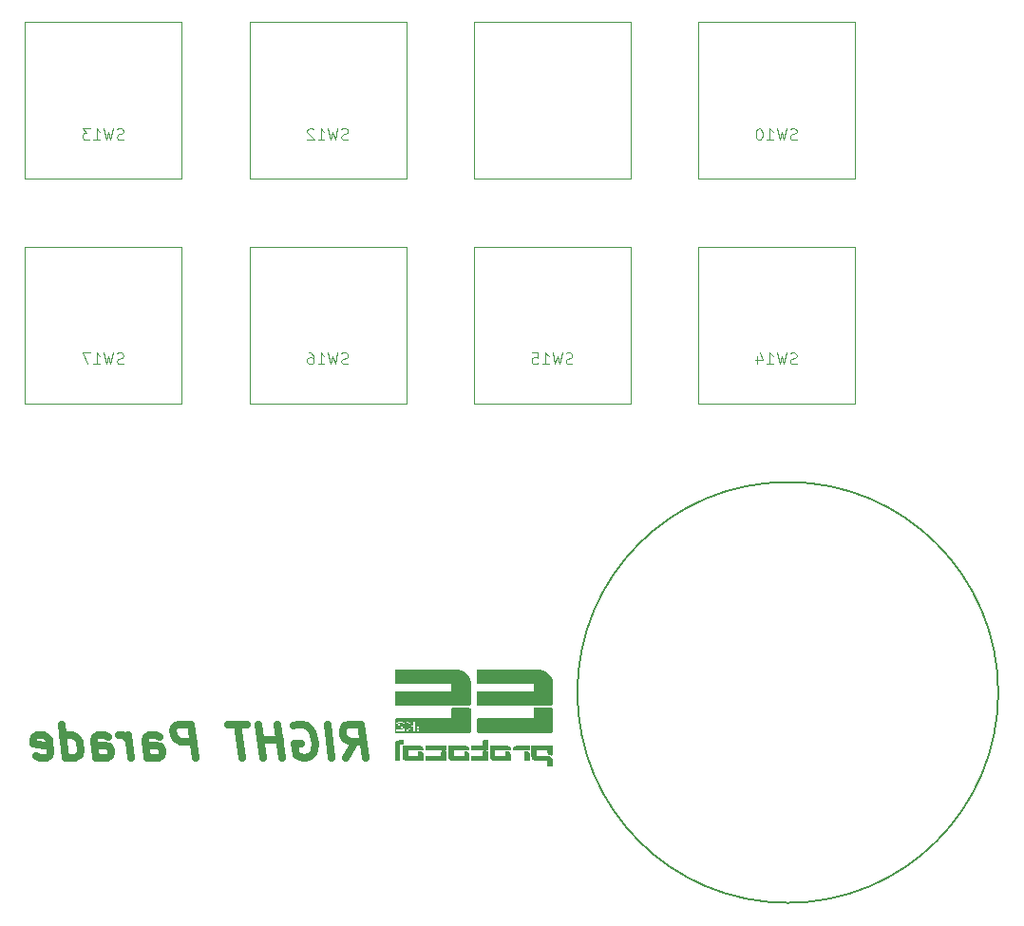
<source format=gbr>
%TF.GenerationSoftware,KiCad,Pcbnew,9.0.7*%
%TF.CreationDate,2026-02-09T02:17:26+09:00*%
%TF.ProjectId,LEFT_Parade,4c454654-5f50-4617-9261-64652e6b6963,rev?*%
%TF.SameCoordinates,Original*%
%TF.FileFunction,Legend,Bot*%
%TF.FilePolarity,Positive*%
%FSLAX46Y46*%
G04 Gerber Fmt 4.6, Leading zero omitted, Abs format (unit mm)*
G04 Created by KiCad (PCBNEW 9.0.7) date 2026-02-09 02:17:26*
%MOMM*%
%LPD*%
G01*
G04 APERTURE LIST*
%ADD10C,0.200000*%
%ADD11C,0.700000*%
%ADD12C,0.100000*%
%ADD13C,0.120000*%
%ADD14C,0.000000*%
G04 APERTURE END LIST*
D10*
X132756665Y-96256665D02*
G75*
G02*
X95243335Y-96256665I-18756665J0D01*
G01*
X95243335Y-96256665D02*
G75*
G02*
X132756665Y-96256665I18756665J0D01*
G01*
D11*
X74628759Y-102096457D02*
X75450188Y-100667885D01*
X76343045Y-102096457D02*
X75968045Y-99096457D01*
X75968045Y-99096457D02*
X74825188Y-99096457D01*
X74825188Y-99096457D02*
X74557331Y-99239314D01*
X74557331Y-99239314D02*
X74432331Y-99382171D01*
X74432331Y-99382171D02*
X74325188Y-99667885D01*
X74325188Y-99667885D02*
X74378759Y-100096457D01*
X74378759Y-100096457D02*
X74557331Y-100382171D01*
X74557331Y-100382171D02*
X74718045Y-100525028D01*
X74718045Y-100525028D02*
X75021616Y-100667885D01*
X75021616Y-100667885D02*
X76164474Y-100667885D01*
X73343045Y-102096457D02*
X72968045Y-99096457D01*
X69985903Y-99239314D02*
X70253760Y-99096457D01*
X70253760Y-99096457D02*
X70682331Y-99096457D01*
X70682331Y-99096457D02*
X71128760Y-99239314D01*
X71128760Y-99239314D02*
X71450188Y-99525028D01*
X71450188Y-99525028D02*
X71628760Y-99810742D01*
X71628760Y-99810742D02*
X71843045Y-100382171D01*
X71843045Y-100382171D02*
X71896617Y-100810742D01*
X71896617Y-100810742D02*
X71825188Y-101382171D01*
X71825188Y-101382171D02*
X71718045Y-101667885D01*
X71718045Y-101667885D02*
X71468045Y-101953600D01*
X71468045Y-101953600D02*
X71057331Y-102096457D01*
X71057331Y-102096457D02*
X70771617Y-102096457D01*
X70771617Y-102096457D02*
X70325188Y-101953600D01*
X70325188Y-101953600D02*
X70164474Y-101810742D01*
X70164474Y-101810742D02*
X70039474Y-100810742D01*
X70039474Y-100810742D02*
X70610903Y-100810742D01*
X68914474Y-102096457D02*
X68539474Y-99096457D01*
X68718045Y-100525028D02*
X67003760Y-100525028D01*
X67200188Y-102096457D02*
X66825188Y-99096457D01*
X65825188Y-99096457D02*
X64110903Y-99096457D01*
X65343046Y-102096457D02*
X64968046Y-99096457D01*
X61200189Y-102096457D02*
X60825189Y-99096457D01*
X60825189Y-99096457D02*
X59682332Y-99096457D01*
X59682332Y-99096457D02*
X59414475Y-99239314D01*
X59414475Y-99239314D02*
X59289475Y-99382171D01*
X59289475Y-99382171D02*
X59182332Y-99667885D01*
X59182332Y-99667885D02*
X59235903Y-100096457D01*
X59235903Y-100096457D02*
X59414475Y-100382171D01*
X59414475Y-100382171D02*
X59575189Y-100525028D01*
X59575189Y-100525028D02*
X59878760Y-100667885D01*
X59878760Y-100667885D02*
X61021618Y-100667885D01*
X56914475Y-102096457D02*
X56718046Y-100525028D01*
X56718046Y-100525028D02*
X56825189Y-100239314D01*
X56825189Y-100239314D02*
X57093046Y-100096457D01*
X57093046Y-100096457D02*
X57664475Y-100096457D01*
X57664475Y-100096457D02*
X57968046Y-100239314D01*
X56896618Y-101953600D02*
X57200189Y-102096457D01*
X57200189Y-102096457D02*
X57914475Y-102096457D01*
X57914475Y-102096457D02*
X58182332Y-101953600D01*
X58182332Y-101953600D02*
X58289475Y-101667885D01*
X58289475Y-101667885D02*
X58253760Y-101382171D01*
X58253760Y-101382171D02*
X58075189Y-101096457D01*
X58075189Y-101096457D02*
X57771618Y-100953600D01*
X57771618Y-100953600D02*
X57057332Y-100953600D01*
X57057332Y-100953600D02*
X56753760Y-100810742D01*
X55485903Y-102096457D02*
X55235903Y-100096457D01*
X55307332Y-100667885D02*
X55128760Y-100382171D01*
X55128760Y-100382171D02*
X54968046Y-100239314D01*
X54968046Y-100239314D02*
X54664474Y-100096457D01*
X54664474Y-100096457D02*
X54378760Y-100096457D01*
X52343046Y-102096457D02*
X52146617Y-100525028D01*
X52146617Y-100525028D02*
X52253760Y-100239314D01*
X52253760Y-100239314D02*
X52521617Y-100096457D01*
X52521617Y-100096457D02*
X53093046Y-100096457D01*
X53093046Y-100096457D02*
X53396617Y-100239314D01*
X52325189Y-101953600D02*
X52628760Y-102096457D01*
X52628760Y-102096457D02*
X53343046Y-102096457D01*
X53343046Y-102096457D02*
X53610903Y-101953600D01*
X53610903Y-101953600D02*
X53718046Y-101667885D01*
X53718046Y-101667885D02*
X53682331Y-101382171D01*
X53682331Y-101382171D02*
X53503760Y-101096457D01*
X53503760Y-101096457D02*
X53200189Y-100953600D01*
X53200189Y-100953600D02*
X52485903Y-100953600D01*
X52485903Y-100953600D02*
X52182331Y-100810742D01*
X49628760Y-102096457D02*
X49253760Y-99096457D01*
X49610903Y-101953600D02*
X49914474Y-102096457D01*
X49914474Y-102096457D02*
X50485903Y-102096457D01*
X50485903Y-102096457D02*
X50753760Y-101953600D01*
X50753760Y-101953600D02*
X50878760Y-101810742D01*
X50878760Y-101810742D02*
X50985903Y-101525028D01*
X50985903Y-101525028D02*
X50878760Y-100667885D01*
X50878760Y-100667885D02*
X50700188Y-100382171D01*
X50700188Y-100382171D02*
X50539474Y-100239314D01*
X50539474Y-100239314D02*
X50235903Y-100096457D01*
X50235903Y-100096457D02*
X49664474Y-100096457D01*
X49664474Y-100096457D02*
X49396617Y-100239314D01*
X47039474Y-101953600D02*
X47343045Y-102096457D01*
X47343045Y-102096457D02*
X47914474Y-102096457D01*
X47914474Y-102096457D02*
X48182331Y-101953600D01*
X48182331Y-101953600D02*
X48289474Y-101667885D01*
X48289474Y-101667885D02*
X48146617Y-100525028D01*
X48146617Y-100525028D02*
X47968045Y-100239314D01*
X47968045Y-100239314D02*
X47664474Y-100096457D01*
X47664474Y-100096457D02*
X47093045Y-100096457D01*
X47093045Y-100096457D02*
X46825188Y-100239314D01*
X46825188Y-100239314D02*
X46718045Y-100525028D01*
X46718045Y-100525028D02*
X46753759Y-100810742D01*
X46753759Y-100810742D02*
X48218045Y-101096457D01*
D12*
X114784523Y-46934800D02*
X114641666Y-46982419D01*
X114641666Y-46982419D02*
X114403571Y-46982419D01*
X114403571Y-46982419D02*
X114308333Y-46934800D01*
X114308333Y-46934800D02*
X114260714Y-46887180D01*
X114260714Y-46887180D02*
X114213095Y-46791942D01*
X114213095Y-46791942D02*
X114213095Y-46696704D01*
X114213095Y-46696704D02*
X114260714Y-46601466D01*
X114260714Y-46601466D02*
X114308333Y-46553847D01*
X114308333Y-46553847D02*
X114403571Y-46506228D01*
X114403571Y-46506228D02*
X114594047Y-46458609D01*
X114594047Y-46458609D02*
X114689285Y-46410990D01*
X114689285Y-46410990D02*
X114736904Y-46363371D01*
X114736904Y-46363371D02*
X114784523Y-46268133D01*
X114784523Y-46268133D02*
X114784523Y-46172895D01*
X114784523Y-46172895D02*
X114736904Y-46077657D01*
X114736904Y-46077657D02*
X114689285Y-46030038D01*
X114689285Y-46030038D02*
X114594047Y-45982419D01*
X114594047Y-45982419D02*
X114355952Y-45982419D01*
X114355952Y-45982419D02*
X114213095Y-46030038D01*
X113879761Y-45982419D02*
X113641666Y-46982419D01*
X113641666Y-46982419D02*
X113451190Y-46268133D01*
X113451190Y-46268133D02*
X113260714Y-46982419D01*
X113260714Y-46982419D02*
X113022619Y-45982419D01*
X112117857Y-46982419D02*
X112689285Y-46982419D01*
X112403571Y-46982419D02*
X112403571Y-45982419D01*
X112403571Y-45982419D02*
X112498809Y-46125276D01*
X112498809Y-46125276D02*
X112594047Y-46220514D01*
X112594047Y-46220514D02*
X112689285Y-46268133D01*
X111498809Y-45982419D02*
X111403571Y-45982419D01*
X111403571Y-45982419D02*
X111308333Y-46030038D01*
X111308333Y-46030038D02*
X111260714Y-46077657D01*
X111260714Y-46077657D02*
X111213095Y-46172895D01*
X111213095Y-46172895D02*
X111165476Y-46363371D01*
X111165476Y-46363371D02*
X111165476Y-46601466D01*
X111165476Y-46601466D02*
X111213095Y-46791942D01*
X111213095Y-46791942D02*
X111260714Y-46887180D01*
X111260714Y-46887180D02*
X111308333Y-46934800D01*
X111308333Y-46934800D02*
X111403571Y-46982419D01*
X111403571Y-46982419D02*
X111498809Y-46982419D01*
X111498809Y-46982419D02*
X111594047Y-46934800D01*
X111594047Y-46934800D02*
X111641666Y-46887180D01*
X111641666Y-46887180D02*
X111689285Y-46791942D01*
X111689285Y-46791942D02*
X111736904Y-46601466D01*
X111736904Y-46601466D02*
X111736904Y-46363371D01*
X111736904Y-46363371D02*
X111689285Y-46172895D01*
X111689285Y-46172895D02*
X111641666Y-46077657D01*
X111641666Y-46077657D02*
X111594047Y-46030038D01*
X111594047Y-46030038D02*
X111498809Y-45982419D01*
X54784523Y-66934800D02*
X54641666Y-66982419D01*
X54641666Y-66982419D02*
X54403571Y-66982419D01*
X54403571Y-66982419D02*
X54308333Y-66934800D01*
X54308333Y-66934800D02*
X54260714Y-66887180D01*
X54260714Y-66887180D02*
X54213095Y-66791942D01*
X54213095Y-66791942D02*
X54213095Y-66696704D01*
X54213095Y-66696704D02*
X54260714Y-66601466D01*
X54260714Y-66601466D02*
X54308333Y-66553847D01*
X54308333Y-66553847D02*
X54403571Y-66506228D01*
X54403571Y-66506228D02*
X54594047Y-66458609D01*
X54594047Y-66458609D02*
X54689285Y-66410990D01*
X54689285Y-66410990D02*
X54736904Y-66363371D01*
X54736904Y-66363371D02*
X54784523Y-66268133D01*
X54784523Y-66268133D02*
X54784523Y-66172895D01*
X54784523Y-66172895D02*
X54736904Y-66077657D01*
X54736904Y-66077657D02*
X54689285Y-66030038D01*
X54689285Y-66030038D02*
X54594047Y-65982419D01*
X54594047Y-65982419D02*
X54355952Y-65982419D01*
X54355952Y-65982419D02*
X54213095Y-66030038D01*
X53879761Y-65982419D02*
X53641666Y-66982419D01*
X53641666Y-66982419D02*
X53451190Y-66268133D01*
X53451190Y-66268133D02*
X53260714Y-66982419D01*
X53260714Y-66982419D02*
X53022619Y-65982419D01*
X52117857Y-66982419D02*
X52689285Y-66982419D01*
X52403571Y-66982419D02*
X52403571Y-65982419D01*
X52403571Y-65982419D02*
X52498809Y-66125276D01*
X52498809Y-66125276D02*
X52594047Y-66220514D01*
X52594047Y-66220514D02*
X52689285Y-66268133D01*
X51784523Y-65982419D02*
X51117857Y-65982419D01*
X51117857Y-65982419D02*
X51546428Y-66982419D01*
X114784523Y-66934800D02*
X114641666Y-66982419D01*
X114641666Y-66982419D02*
X114403571Y-66982419D01*
X114403571Y-66982419D02*
X114308333Y-66934800D01*
X114308333Y-66934800D02*
X114260714Y-66887180D01*
X114260714Y-66887180D02*
X114213095Y-66791942D01*
X114213095Y-66791942D02*
X114213095Y-66696704D01*
X114213095Y-66696704D02*
X114260714Y-66601466D01*
X114260714Y-66601466D02*
X114308333Y-66553847D01*
X114308333Y-66553847D02*
X114403571Y-66506228D01*
X114403571Y-66506228D02*
X114594047Y-66458609D01*
X114594047Y-66458609D02*
X114689285Y-66410990D01*
X114689285Y-66410990D02*
X114736904Y-66363371D01*
X114736904Y-66363371D02*
X114784523Y-66268133D01*
X114784523Y-66268133D02*
X114784523Y-66172895D01*
X114784523Y-66172895D02*
X114736904Y-66077657D01*
X114736904Y-66077657D02*
X114689285Y-66030038D01*
X114689285Y-66030038D02*
X114594047Y-65982419D01*
X114594047Y-65982419D02*
X114355952Y-65982419D01*
X114355952Y-65982419D02*
X114213095Y-66030038D01*
X113879761Y-65982419D02*
X113641666Y-66982419D01*
X113641666Y-66982419D02*
X113451190Y-66268133D01*
X113451190Y-66268133D02*
X113260714Y-66982419D01*
X113260714Y-66982419D02*
X113022619Y-65982419D01*
X112117857Y-66982419D02*
X112689285Y-66982419D01*
X112403571Y-66982419D02*
X112403571Y-65982419D01*
X112403571Y-65982419D02*
X112498809Y-66125276D01*
X112498809Y-66125276D02*
X112594047Y-66220514D01*
X112594047Y-66220514D02*
X112689285Y-66268133D01*
X111260714Y-66315752D02*
X111260714Y-66982419D01*
X111498809Y-65934800D02*
X111736904Y-66649085D01*
X111736904Y-66649085D02*
X111117857Y-66649085D01*
X74784523Y-46934800D02*
X74641666Y-46982419D01*
X74641666Y-46982419D02*
X74403571Y-46982419D01*
X74403571Y-46982419D02*
X74308333Y-46934800D01*
X74308333Y-46934800D02*
X74260714Y-46887180D01*
X74260714Y-46887180D02*
X74213095Y-46791942D01*
X74213095Y-46791942D02*
X74213095Y-46696704D01*
X74213095Y-46696704D02*
X74260714Y-46601466D01*
X74260714Y-46601466D02*
X74308333Y-46553847D01*
X74308333Y-46553847D02*
X74403571Y-46506228D01*
X74403571Y-46506228D02*
X74594047Y-46458609D01*
X74594047Y-46458609D02*
X74689285Y-46410990D01*
X74689285Y-46410990D02*
X74736904Y-46363371D01*
X74736904Y-46363371D02*
X74784523Y-46268133D01*
X74784523Y-46268133D02*
X74784523Y-46172895D01*
X74784523Y-46172895D02*
X74736904Y-46077657D01*
X74736904Y-46077657D02*
X74689285Y-46030038D01*
X74689285Y-46030038D02*
X74594047Y-45982419D01*
X74594047Y-45982419D02*
X74355952Y-45982419D01*
X74355952Y-45982419D02*
X74213095Y-46030038D01*
X73879761Y-45982419D02*
X73641666Y-46982419D01*
X73641666Y-46982419D02*
X73451190Y-46268133D01*
X73451190Y-46268133D02*
X73260714Y-46982419D01*
X73260714Y-46982419D02*
X73022619Y-45982419D01*
X72117857Y-46982419D02*
X72689285Y-46982419D01*
X72403571Y-46982419D02*
X72403571Y-45982419D01*
X72403571Y-45982419D02*
X72498809Y-46125276D01*
X72498809Y-46125276D02*
X72594047Y-46220514D01*
X72594047Y-46220514D02*
X72689285Y-46268133D01*
X71736904Y-46077657D02*
X71689285Y-46030038D01*
X71689285Y-46030038D02*
X71594047Y-45982419D01*
X71594047Y-45982419D02*
X71355952Y-45982419D01*
X71355952Y-45982419D02*
X71260714Y-46030038D01*
X71260714Y-46030038D02*
X71213095Y-46077657D01*
X71213095Y-46077657D02*
X71165476Y-46172895D01*
X71165476Y-46172895D02*
X71165476Y-46268133D01*
X71165476Y-46268133D02*
X71213095Y-46410990D01*
X71213095Y-46410990D02*
X71784523Y-46982419D01*
X71784523Y-46982419D02*
X71165476Y-46982419D01*
X94784523Y-66934800D02*
X94641666Y-66982419D01*
X94641666Y-66982419D02*
X94403571Y-66982419D01*
X94403571Y-66982419D02*
X94308333Y-66934800D01*
X94308333Y-66934800D02*
X94260714Y-66887180D01*
X94260714Y-66887180D02*
X94213095Y-66791942D01*
X94213095Y-66791942D02*
X94213095Y-66696704D01*
X94213095Y-66696704D02*
X94260714Y-66601466D01*
X94260714Y-66601466D02*
X94308333Y-66553847D01*
X94308333Y-66553847D02*
X94403571Y-66506228D01*
X94403571Y-66506228D02*
X94594047Y-66458609D01*
X94594047Y-66458609D02*
X94689285Y-66410990D01*
X94689285Y-66410990D02*
X94736904Y-66363371D01*
X94736904Y-66363371D02*
X94784523Y-66268133D01*
X94784523Y-66268133D02*
X94784523Y-66172895D01*
X94784523Y-66172895D02*
X94736904Y-66077657D01*
X94736904Y-66077657D02*
X94689285Y-66030038D01*
X94689285Y-66030038D02*
X94594047Y-65982419D01*
X94594047Y-65982419D02*
X94355952Y-65982419D01*
X94355952Y-65982419D02*
X94213095Y-66030038D01*
X93879761Y-65982419D02*
X93641666Y-66982419D01*
X93641666Y-66982419D02*
X93451190Y-66268133D01*
X93451190Y-66268133D02*
X93260714Y-66982419D01*
X93260714Y-66982419D02*
X93022619Y-65982419D01*
X92117857Y-66982419D02*
X92689285Y-66982419D01*
X92403571Y-66982419D02*
X92403571Y-65982419D01*
X92403571Y-65982419D02*
X92498809Y-66125276D01*
X92498809Y-66125276D02*
X92594047Y-66220514D01*
X92594047Y-66220514D02*
X92689285Y-66268133D01*
X91213095Y-65982419D02*
X91689285Y-65982419D01*
X91689285Y-65982419D02*
X91736904Y-66458609D01*
X91736904Y-66458609D02*
X91689285Y-66410990D01*
X91689285Y-66410990D02*
X91594047Y-66363371D01*
X91594047Y-66363371D02*
X91355952Y-66363371D01*
X91355952Y-66363371D02*
X91260714Y-66410990D01*
X91260714Y-66410990D02*
X91213095Y-66458609D01*
X91213095Y-66458609D02*
X91165476Y-66553847D01*
X91165476Y-66553847D02*
X91165476Y-66791942D01*
X91165476Y-66791942D02*
X91213095Y-66887180D01*
X91213095Y-66887180D02*
X91260714Y-66934800D01*
X91260714Y-66934800D02*
X91355952Y-66982419D01*
X91355952Y-66982419D02*
X91594047Y-66982419D01*
X91594047Y-66982419D02*
X91689285Y-66934800D01*
X91689285Y-66934800D02*
X91736904Y-66887180D01*
X74784523Y-66934800D02*
X74641666Y-66982419D01*
X74641666Y-66982419D02*
X74403571Y-66982419D01*
X74403571Y-66982419D02*
X74308333Y-66934800D01*
X74308333Y-66934800D02*
X74260714Y-66887180D01*
X74260714Y-66887180D02*
X74213095Y-66791942D01*
X74213095Y-66791942D02*
X74213095Y-66696704D01*
X74213095Y-66696704D02*
X74260714Y-66601466D01*
X74260714Y-66601466D02*
X74308333Y-66553847D01*
X74308333Y-66553847D02*
X74403571Y-66506228D01*
X74403571Y-66506228D02*
X74594047Y-66458609D01*
X74594047Y-66458609D02*
X74689285Y-66410990D01*
X74689285Y-66410990D02*
X74736904Y-66363371D01*
X74736904Y-66363371D02*
X74784523Y-66268133D01*
X74784523Y-66268133D02*
X74784523Y-66172895D01*
X74784523Y-66172895D02*
X74736904Y-66077657D01*
X74736904Y-66077657D02*
X74689285Y-66030038D01*
X74689285Y-66030038D02*
X74594047Y-65982419D01*
X74594047Y-65982419D02*
X74355952Y-65982419D01*
X74355952Y-65982419D02*
X74213095Y-66030038D01*
X73879761Y-65982419D02*
X73641666Y-66982419D01*
X73641666Y-66982419D02*
X73451190Y-66268133D01*
X73451190Y-66268133D02*
X73260714Y-66982419D01*
X73260714Y-66982419D02*
X73022619Y-65982419D01*
X72117857Y-66982419D02*
X72689285Y-66982419D01*
X72403571Y-66982419D02*
X72403571Y-65982419D01*
X72403571Y-65982419D02*
X72498809Y-66125276D01*
X72498809Y-66125276D02*
X72594047Y-66220514D01*
X72594047Y-66220514D02*
X72689285Y-66268133D01*
X71260714Y-65982419D02*
X71451190Y-65982419D01*
X71451190Y-65982419D02*
X71546428Y-66030038D01*
X71546428Y-66030038D02*
X71594047Y-66077657D01*
X71594047Y-66077657D02*
X71689285Y-66220514D01*
X71689285Y-66220514D02*
X71736904Y-66410990D01*
X71736904Y-66410990D02*
X71736904Y-66791942D01*
X71736904Y-66791942D02*
X71689285Y-66887180D01*
X71689285Y-66887180D02*
X71641666Y-66934800D01*
X71641666Y-66934800D02*
X71546428Y-66982419D01*
X71546428Y-66982419D02*
X71355952Y-66982419D01*
X71355952Y-66982419D02*
X71260714Y-66934800D01*
X71260714Y-66934800D02*
X71213095Y-66887180D01*
X71213095Y-66887180D02*
X71165476Y-66791942D01*
X71165476Y-66791942D02*
X71165476Y-66553847D01*
X71165476Y-66553847D02*
X71213095Y-66458609D01*
X71213095Y-66458609D02*
X71260714Y-66410990D01*
X71260714Y-66410990D02*
X71355952Y-66363371D01*
X71355952Y-66363371D02*
X71546428Y-66363371D01*
X71546428Y-66363371D02*
X71641666Y-66410990D01*
X71641666Y-66410990D02*
X71689285Y-66458609D01*
X71689285Y-66458609D02*
X71736904Y-66553847D01*
X54784523Y-46934800D02*
X54641666Y-46982419D01*
X54641666Y-46982419D02*
X54403571Y-46982419D01*
X54403571Y-46982419D02*
X54308333Y-46934800D01*
X54308333Y-46934800D02*
X54260714Y-46887180D01*
X54260714Y-46887180D02*
X54213095Y-46791942D01*
X54213095Y-46791942D02*
X54213095Y-46696704D01*
X54213095Y-46696704D02*
X54260714Y-46601466D01*
X54260714Y-46601466D02*
X54308333Y-46553847D01*
X54308333Y-46553847D02*
X54403571Y-46506228D01*
X54403571Y-46506228D02*
X54594047Y-46458609D01*
X54594047Y-46458609D02*
X54689285Y-46410990D01*
X54689285Y-46410990D02*
X54736904Y-46363371D01*
X54736904Y-46363371D02*
X54784523Y-46268133D01*
X54784523Y-46268133D02*
X54784523Y-46172895D01*
X54784523Y-46172895D02*
X54736904Y-46077657D01*
X54736904Y-46077657D02*
X54689285Y-46030038D01*
X54689285Y-46030038D02*
X54594047Y-45982419D01*
X54594047Y-45982419D02*
X54355952Y-45982419D01*
X54355952Y-45982419D02*
X54213095Y-46030038D01*
X53879761Y-45982419D02*
X53641666Y-46982419D01*
X53641666Y-46982419D02*
X53451190Y-46268133D01*
X53451190Y-46268133D02*
X53260714Y-46982419D01*
X53260714Y-46982419D02*
X53022619Y-45982419D01*
X52117857Y-46982419D02*
X52689285Y-46982419D01*
X52403571Y-46982419D02*
X52403571Y-45982419D01*
X52403571Y-45982419D02*
X52498809Y-46125276D01*
X52498809Y-46125276D02*
X52594047Y-46220514D01*
X52594047Y-46220514D02*
X52689285Y-46268133D01*
X51784523Y-45982419D02*
X51165476Y-45982419D01*
X51165476Y-45982419D02*
X51498809Y-46363371D01*
X51498809Y-46363371D02*
X51355952Y-46363371D01*
X51355952Y-46363371D02*
X51260714Y-46410990D01*
X51260714Y-46410990D02*
X51213095Y-46458609D01*
X51213095Y-46458609D02*
X51165476Y-46553847D01*
X51165476Y-46553847D02*
X51165476Y-46791942D01*
X51165476Y-46791942D02*
X51213095Y-46887180D01*
X51213095Y-46887180D02*
X51260714Y-46934800D01*
X51260714Y-46934800D02*
X51355952Y-46982419D01*
X51355952Y-46982419D02*
X51641666Y-46982419D01*
X51641666Y-46982419D02*
X51736904Y-46934800D01*
X51736904Y-46934800D02*
X51784523Y-46887180D01*
D13*
%TO.C,SW10*%
X106015000Y-36515000D02*
X106015000Y-50485000D01*
X106015000Y-50485000D02*
X119985000Y-50485000D01*
X119985000Y-36515000D02*
X106015000Y-36515000D01*
X119985000Y-50485000D02*
X119985000Y-36515000D01*
%TO.C,SW11*%
X86015000Y-36515000D02*
X86015000Y-50485000D01*
X86015000Y-50485000D02*
X99985000Y-50485000D01*
X99985000Y-36515000D02*
X86015000Y-36515000D01*
X99985000Y-50485000D02*
X99985000Y-36515000D01*
%TO.C,SW17*%
X46015000Y-56515000D02*
X46015000Y-70485000D01*
X46015000Y-70485000D02*
X59985000Y-70485000D01*
X59985000Y-56515000D02*
X46015000Y-56515000D01*
X59985000Y-70485000D02*
X59985000Y-56515000D01*
%TO.C,SW14*%
X106015000Y-56515000D02*
X106015000Y-70485000D01*
X106015000Y-70485000D02*
X119985000Y-70485000D01*
X119985000Y-56515000D02*
X106015000Y-56515000D01*
X119985000Y-70485000D02*
X119985000Y-56515000D01*
%TO.C,SW12*%
X66015000Y-36515000D02*
X66015000Y-50485000D01*
X66015000Y-50485000D02*
X79985000Y-50485000D01*
X79985000Y-36515000D02*
X66015000Y-36515000D01*
X79985000Y-50485000D02*
X79985000Y-36515000D01*
%TO.C,SW15*%
X86015000Y-56515000D02*
X86015000Y-70485000D01*
X86015000Y-70485000D02*
X99985000Y-70485000D01*
X99985000Y-56515000D02*
X86015000Y-56515000D01*
X99985000Y-70485000D02*
X99985000Y-56515000D01*
D14*
%TO.C,G\u002A\u002A\u002A*%
G36*
X87283069Y-100537517D02*
G01*
X87302564Y-100557019D01*
X87302564Y-100966906D01*
X87302564Y-101376793D01*
X87283069Y-101396294D01*
X87263574Y-101415795D01*
X86533578Y-101415795D01*
X86466608Y-101415795D01*
X86350422Y-101415781D01*
X86248621Y-101415732D01*
X86160221Y-101415627D01*
X86084237Y-101415445D01*
X86019685Y-101415163D01*
X85965581Y-101414760D01*
X85920941Y-101414214D01*
X85884780Y-101413504D01*
X85856115Y-101412609D01*
X85833961Y-101411506D01*
X85817334Y-101410175D01*
X85805249Y-101408593D01*
X85796723Y-101406739D01*
X85790771Y-101404591D01*
X85786410Y-101402128D01*
X85782654Y-101399329D01*
X85761726Y-101382862D01*
X85761726Y-101201282D01*
X85761726Y-101019701D01*
X85782654Y-101003235D01*
X85785654Y-101000954D01*
X85790522Y-100997961D01*
X85796928Y-100995422D01*
X85806067Y-100993299D01*
X85819135Y-100991555D01*
X85837328Y-100990153D01*
X85861841Y-100989055D01*
X85893870Y-100988225D01*
X85934610Y-100987624D01*
X85985257Y-100987217D01*
X86047007Y-100986965D01*
X86121055Y-100986831D01*
X86208597Y-100986778D01*
X86310828Y-100986768D01*
X86818074Y-100986768D01*
X86818074Y-100771893D01*
X86818074Y-100557019D01*
X86837569Y-100537517D01*
X86857064Y-100518016D01*
X87060319Y-100518016D01*
X87263574Y-100518016D01*
X87283069Y-100537517D01*
G37*
G36*
X90619586Y-101461217D02*
G01*
X90643403Y-101462694D01*
X90716759Y-101476247D01*
X90785983Y-101502152D01*
X90849174Y-101538909D01*
X90904435Y-101585019D01*
X90949866Y-101638982D01*
X90983568Y-101699300D01*
X91003642Y-101764471D01*
X91004500Y-101770467D01*
X91006432Y-101794998D01*
X91008157Y-101832096D01*
X91009609Y-101879420D01*
X91010725Y-101934630D01*
X91011442Y-101995387D01*
X91011695Y-102059349D01*
X91011691Y-102087948D01*
X91011609Y-102152375D01*
X91011340Y-102203358D01*
X91010776Y-102242666D01*
X91009810Y-102272067D01*
X91008337Y-102293329D01*
X91006250Y-102308221D01*
X91003441Y-102318513D01*
X90999805Y-102325971D01*
X90995234Y-102332366D01*
X90978772Y-102353299D01*
X90769450Y-102353299D01*
X90560128Y-102353299D01*
X90543666Y-102332366D01*
X90543213Y-102331786D01*
X90539596Y-102326707D01*
X90536570Y-102320643D01*
X90534082Y-102312240D01*
X90532078Y-102300142D01*
X90530507Y-102282995D01*
X90529316Y-102259443D01*
X90528452Y-102228132D01*
X90527863Y-102187706D01*
X90527496Y-102136810D01*
X90527299Y-102074089D01*
X90527220Y-101998189D01*
X90527205Y-101907754D01*
X90527205Y-101504076D01*
X90546418Y-101481784D01*
X90548185Y-101479752D01*
X90559481Y-101468695D01*
X90571866Y-101462842D01*
X90590261Y-101460811D01*
X90619586Y-101461217D01*
G37*
G36*
X83124577Y-100988272D02*
G01*
X83225163Y-100988541D01*
X83311618Y-100988973D01*
X83384319Y-100989570D01*
X83443642Y-100990335D01*
X83489963Y-100991271D01*
X83523659Y-100992381D01*
X83545104Y-100993667D01*
X83554677Y-100995131D01*
X83570290Y-101005408D01*
X83584461Y-101023431D01*
X83585593Y-101027263D01*
X83588067Y-101046611D01*
X83590058Y-101077576D01*
X83591549Y-101117120D01*
X83592522Y-101162204D01*
X83592960Y-101209791D01*
X83592846Y-101256842D01*
X83592162Y-101300318D01*
X83590890Y-101337182D01*
X83589013Y-101364395D01*
X83586513Y-101378918D01*
X83577972Y-101391192D01*
X83561258Y-101404457D01*
X83556986Y-101405917D01*
X83547628Y-101407466D01*
X83532823Y-101408844D01*
X83511767Y-101410060D01*
X83483657Y-101411125D01*
X83447691Y-101412046D01*
X83403066Y-101412835D01*
X83348979Y-101413500D01*
X83284627Y-101414052D01*
X83209207Y-101414500D01*
X83121916Y-101414853D01*
X83021952Y-101415121D01*
X82908512Y-101415315D01*
X82780793Y-101415442D01*
X82637991Y-101415514D01*
X81734175Y-101415795D01*
X81714680Y-101396294D01*
X81695185Y-101376793D01*
X81695185Y-101202523D01*
X81695196Y-101179807D01*
X81695388Y-101127582D01*
X81695953Y-101088278D01*
X81697063Y-101059722D01*
X81698889Y-101039740D01*
X81701601Y-101026158D01*
X81705370Y-101016801D01*
X81710367Y-101009497D01*
X81725549Y-100990741D01*
X82629707Y-100988635D01*
X82734273Y-100988417D01*
X82879508Y-100988213D01*
X83009484Y-100988164D01*
X83124577Y-100988272D01*
G37*
G36*
X83311845Y-101456590D02*
G01*
X83366018Y-101457086D01*
X83555123Y-101459493D01*
X83574279Y-101481784D01*
X83593434Y-101504076D01*
X83593434Y-101907754D01*
X83593434Y-101918878D01*
X83593414Y-102007582D01*
X83593324Y-102081906D01*
X83593110Y-102143205D01*
X83592721Y-102192835D01*
X83592103Y-102232150D01*
X83591204Y-102262505D01*
X83589972Y-102285256D01*
X83588354Y-102301757D01*
X83586298Y-102313363D01*
X83583750Y-102321430D01*
X83580659Y-102327312D01*
X83576972Y-102332366D01*
X83560511Y-102353299D01*
X82644309Y-102353299D01*
X81728108Y-102353299D01*
X81711646Y-102332366D01*
X81708955Y-102328797D01*
X81704129Y-102320617D01*
X81700581Y-102310058D01*
X81698117Y-102294867D01*
X81696541Y-102272793D01*
X81695657Y-102241585D01*
X81695270Y-102198991D01*
X81695185Y-102142758D01*
X81695199Y-102115165D01*
X81695398Y-102065459D01*
X81695989Y-102028359D01*
X81697165Y-102001615D01*
X81699124Y-101982973D01*
X81702060Y-101970183D01*
X81706169Y-101960993D01*
X81711646Y-101953151D01*
X81728108Y-101932217D01*
X82418526Y-101932217D01*
X83108943Y-101932217D01*
X83108943Y-101715229D01*
X83108959Y-101674272D01*
X83109111Y-101618478D01*
X83109533Y-101575520D01*
X83110356Y-101543499D01*
X83111710Y-101520515D01*
X83113725Y-101504667D01*
X83116533Y-101494057D01*
X83120264Y-101486784D01*
X83125048Y-101480949D01*
X83140265Y-101468338D01*
X83159032Y-101459169D01*
X83165103Y-101458418D01*
X83186372Y-101457439D01*
X83219560Y-101456791D01*
X83262205Y-101456500D01*
X83311845Y-101456590D01*
G37*
G36*
X90597609Y-100986940D02*
G01*
X90681615Y-100987121D01*
X90752886Y-100987497D01*
X90812509Y-100988132D01*
X90861568Y-100989091D01*
X90901148Y-100990438D01*
X90932335Y-100992237D01*
X90956213Y-100994552D01*
X90973867Y-100997447D01*
X90986383Y-101000987D01*
X90994846Y-101005236D01*
X91000339Y-101010258D01*
X91003950Y-101016116D01*
X91006761Y-101022876D01*
X91007270Y-101025109D01*
X91008681Y-101041401D01*
X91009898Y-101070195D01*
X91010851Y-101108959D01*
X91011473Y-101155160D01*
X91011695Y-101206265D01*
X91011695Y-101207605D01*
X91011655Y-101263472D01*
X91011382Y-101305702D01*
X91010652Y-101336502D01*
X91009236Y-101358079D01*
X91006910Y-101372640D01*
X91003446Y-101382392D01*
X90998618Y-101389541D01*
X90992200Y-101396294D01*
X90972705Y-101415795D01*
X90242708Y-101415795D01*
X90175739Y-101415795D01*
X90059553Y-101415781D01*
X89957752Y-101415732D01*
X89869351Y-101415627D01*
X89793367Y-101415445D01*
X89728815Y-101415163D01*
X89674712Y-101414760D01*
X89630071Y-101414214D01*
X89593911Y-101413504D01*
X89565246Y-101412609D01*
X89543092Y-101411506D01*
X89526465Y-101410175D01*
X89514380Y-101408593D01*
X89505854Y-101406739D01*
X89499902Y-101404591D01*
X89495540Y-101402128D01*
X89491784Y-101399329D01*
X89479284Y-101387072D01*
X89472546Y-101370714D01*
X89470857Y-101345156D01*
X89472012Y-101321345D01*
X89485299Y-101259710D01*
X89512065Y-101200076D01*
X89550583Y-101144336D01*
X89599122Y-101094384D01*
X89655956Y-101052114D01*
X89719353Y-101019420D01*
X89787587Y-100998196D01*
X89789205Y-100997864D01*
X89803259Y-100995654D01*
X89822316Y-100993747D01*
X89847465Y-100992124D01*
X89879794Y-100990763D01*
X89920391Y-100989644D01*
X89970344Y-100988749D01*
X90030741Y-100988056D01*
X90102671Y-100987545D01*
X90187221Y-100987197D01*
X90285479Y-100986990D01*
X90398534Y-100986906D01*
X90499785Y-100986891D01*
X90597609Y-100986940D01*
G37*
G36*
X79635082Y-100518256D02*
G01*
X79678416Y-100518656D01*
X79710756Y-100519453D01*
X79733970Y-100520771D01*
X79749924Y-100522731D01*
X79760487Y-100525458D01*
X79767525Y-100529075D01*
X79772907Y-100533704D01*
X79779012Y-100540312D01*
X79785625Y-100550193D01*
X79790435Y-100563012D01*
X79793670Y-100580925D01*
X79795559Y-100606092D01*
X79796329Y-100640669D01*
X79796209Y-100686815D01*
X79795427Y-100746687D01*
X79795153Y-100767670D01*
X79794537Y-100823769D01*
X79792879Y-100866474D01*
X79788347Y-100897631D01*
X79779108Y-100919088D01*
X79763330Y-100932692D01*
X79739179Y-100940290D01*
X79704825Y-100943729D01*
X79658433Y-100944857D01*
X79598172Y-100945520D01*
X79439525Y-100947970D01*
X79439525Y-101632246D01*
X79439525Y-102316523D01*
X79422256Y-102334911D01*
X79417689Y-102339573D01*
X79411720Y-102344086D01*
X79403464Y-102347482D01*
X79390979Y-102349921D01*
X79372323Y-102351560D01*
X79345552Y-102352559D01*
X79308724Y-102353076D01*
X79259896Y-102353270D01*
X79197126Y-102353299D01*
X79187279Y-102353298D01*
X79126183Y-102353203D01*
X79078800Y-102352862D01*
X79043229Y-102352150D01*
X79017566Y-102350941D01*
X78999911Y-102349108D01*
X78988361Y-102346524D01*
X78981014Y-102343063D01*
X78975967Y-102338599D01*
X78974540Y-102336696D01*
X78972491Y-102332161D01*
X78970700Y-102324947D01*
X78969155Y-102314110D01*
X78967841Y-102298707D01*
X78966745Y-102277793D01*
X78965853Y-102250426D01*
X78965153Y-102215661D01*
X78964630Y-102172556D01*
X78964271Y-102120165D01*
X78964063Y-102057547D01*
X78963991Y-101983757D01*
X78964044Y-101897852D01*
X78964206Y-101798887D01*
X78964465Y-101685920D01*
X78964808Y-101558007D01*
X78966948Y-100792117D01*
X78990776Y-100744447D01*
X79004958Y-100719995D01*
X79038017Y-100676401D01*
X79078809Y-100633606D01*
X79122999Y-100595974D01*
X79166249Y-100567871D01*
X79187800Y-100556927D01*
X79213918Y-100545489D01*
X79240687Y-100536518D01*
X79270285Y-100529722D01*
X79304885Y-100524807D01*
X79346663Y-100521483D01*
X79397795Y-100519457D01*
X79460456Y-100518438D01*
X79536820Y-100518134D01*
X79578887Y-100518129D01*
X79635082Y-100518256D01*
G37*
G36*
X87016563Y-101456290D02*
G01*
X87082863Y-101457033D01*
X87264255Y-101459493D01*
X87283410Y-101481784D01*
X87302564Y-101504076D01*
X87302564Y-101907754D01*
X87302564Y-101918878D01*
X87302545Y-102007582D01*
X87302454Y-102081906D01*
X87302241Y-102143205D01*
X87301851Y-102192835D01*
X87301234Y-102232150D01*
X87300335Y-102262505D01*
X87299103Y-102285256D01*
X87297485Y-102301757D01*
X87295429Y-102313363D01*
X87292881Y-102321430D01*
X87289790Y-102327312D01*
X87286103Y-102332366D01*
X87269642Y-102353299D01*
X86531569Y-102353299D01*
X86473113Y-102353299D01*
X86355119Y-102353284D01*
X86251597Y-102353234D01*
X86161576Y-102353129D01*
X86084084Y-102352948D01*
X86018148Y-102352671D01*
X85962797Y-102352277D01*
X85917059Y-102351746D01*
X85879962Y-102351057D01*
X85850534Y-102350190D01*
X85827802Y-102349124D01*
X85810795Y-102347839D01*
X85798541Y-102346314D01*
X85790067Y-102344530D01*
X85784403Y-102342464D01*
X85780575Y-102340098D01*
X85777611Y-102337409D01*
X85773915Y-102333349D01*
X85769648Y-102326346D01*
X85766509Y-102316120D01*
X85764328Y-102300560D01*
X85762931Y-102277555D01*
X85762147Y-102244994D01*
X85761803Y-102200765D01*
X85761726Y-102142758D01*
X85761759Y-102101127D01*
X85762002Y-102052861D01*
X85762631Y-102016916D01*
X85763820Y-101991180D01*
X85765740Y-101973542D01*
X85768564Y-101961891D01*
X85772464Y-101954117D01*
X85777611Y-101948107D01*
X85779738Y-101946089D01*
X85783780Y-101943187D01*
X85789574Y-101940720D01*
X85798298Y-101938654D01*
X85811129Y-101936953D01*
X85829247Y-101935581D01*
X85853827Y-101934503D01*
X85886048Y-101933684D01*
X85927088Y-101933088D01*
X85978124Y-101932680D01*
X86040334Y-101932424D01*
X86114895Y-101932286D01*
X86202987Y-101932228D01*
X86305785Y-101932217D01*
X86818074Y-101932217D01*
X86818074Y-101715229D01*
X86818088Y-101677502D01*
X86818235Y-101620961D01*
X86818649Y-101577359D01*
X86819458Y-101544798D01*
X86820791Y-101521381D01*
X86822776Y-101505212D01*
X86825541Y-101494393D01*
X86829216Y-101487028D01*
X86833928Y-101481219D01*
X86835495Y-101479575D01*
X86844501Y-101471888D01*
X86855921Y-101465966D01*
X86871680Y-101461623D01*
X86893700Y-101458670D01*
X86923905Y-101456921D01*
X86964218Y-101456190D01*
X87016563Y-101456290D01*
G37*
G36*
X80527325Y-100986932D02*
G01*
X80646500Y-100987029D01*
X80751342Y-100987209D01*
X80842829Y-100987484D01*
X80921939Y-100987871D01*
X80989652Y-100988383D01*
X81046946Y-100989035D01*
X81094801Y-100989843D01*
X81134194Y-100990821D01*
X81166104Y-100991983D01*
X81191510Y-100993344D01*
X81211391Y-100994920D01*
X81226726Y-100996724D01*
X81238493Y-100998772D01*
X81256329Y-101002950D01*
X81327073Y-101028027D01*
X81391760Y-101064385D01*
X81448462Y-101110248D01*
X81495248Y-101163837D01*
X81530190Y-101223374D01*
X81551357Y-101287081D01*
X81552133Y-101290833D01*
X81558660Y-101330208D01*
X81559155Y-101358554D01*
X81553273Y-101379405D01*
X81540668Y-101396294D01*
X81521173Y-101415795D01*
X80833789Y-101415795D01*
X80146404Y-101415795D01*
X80146404Y-101674006D01*
X80146404Y-101932217D01*
X80611039Y-101932217D01*
X81075673Y-101932217D01*
X81075673Y-101718147D01*
X81075673Y-101504076D01*
X81094873Y-101481784D01*
X81103301Y-101472752D01*
X81116032Y-101464221D01*
X81133351Y-101460687D01*
X81160877Y-101460325D01*
X81238741Y-101468737D01*
X81315204Y-101492201D01*
X81385871Y-101530293D01*
X81449859Y-101582639D01*
X81471159Y-101604092D01*
X81493771Y-101629149D01*
X81512211Y-101653828D01*
X81526899Y-101679938D01*
X81538258Y-101709285D01*
X81546711Y-101743676D01*
X81552680Y-101784918D01*
X81556587Y-101834818D01*
X81558855Y-101895183D01*
X81559906Y-101967820D01*
X81560163Y-102054535D01*
X81560149Y-102112211D01*
X81560036Y-102172278D01*
X81559718Y-102219519D01*
X81559089Y-102255648D01*
X81558045Y-102282375D01*
X81556479Y-102301413D01*
X81554286Y-102314474D01*
X81551362Y-102323269D01*
X81547599Y-102329511D01*
X81542894Y-102334911D01*
X81525624Y-102353299D01*
X80766518Y-102353205D01*
X80634727Y-102353149D01*
X80517326Y-102353009D01*
X80414069Y-102352772D01*
X80324086Y-102352426D01*
X80246504Y-102351961D01*
X80180451Y-102351364D01*
X80125055Y-102350623D01*
X80079445Y-102349728D01*
X80042748Y-102348666D01*
X80014093Y-102347426D01*
X79992607Y-102345996D01*
X79977420Y-102344365D01*
X79967658Y-102342520D01*
X79895357Y-102316400D01*
X79827015Y-102277081D01*
X79767825Y-102227018D01*
X79719636Y-102167789D01*
X79684300Y-102100971D01*
X79665890Y-102055364D01*
X79663515Y-101551454D01*
X79663140Y-101457698D01*
X79662934Y-101356169D01*
X79663017Y-101269438D01*
X79663397Y-101196903D01*
X79664081Y-101137964D01*
X79665077Y-101092018D01*
X79666391Y-101058465D01*
X79668032Y-101036704D01*
X79670006Y-101026132D01*
X79680723Y-101009825D01*
X79698566Y-100995744D01*
X79706762Y-100994150D01*
X79725477Y-100992661D01*
X79755083Y-100991360D01*
X79796134Y-100990239D01*
X79849186Y-100989292D01*
X79914793Y-100988513D01*
X79993510Y-100987896D01*
X80085892Y-100987432D01*
X80192494Y-100987118D01*
X80313871Y-100986944D01*
X80450577Y-100986906D01*
X80527325Y-100986932D01*
G37*
G36*
X84532497Y-100988526D02*
G01*
X85297092Y-100990741D01*
X85354405Y-101011699D01*
X85359457Y-101013579D01*
X85429702Y-101047014D01*
X85490824Y-101089976D01*
X85541484Y-101140870D01*
X85580346Y-101198102D01*
X85606074Y-101260078D01*
X85617330Y-101325203D01*
X85617953Y-101337333D01*
X85618449Y-101362613D01*
X85616169Y-101378226D01*
X85609953Y-101388733D01*
X85598642Y-101398694D01*
X85576908Y-101415795D01*
X84894927Y-101415795D01*
X84212946Y-101415795D01*
X84212946Y-101674006D01*
X84212946Y-101932217D01*
X84677580Y-101932217D01*
X85142214Y-101932217D01*
X85142214Y-101717181D01*
X85142415Y-101665576D01*
X85143130Y-101610283D01*
X85144297Y-101562861D01*
X85145852Y-101525315D01*
X85147726Y-101499649D01*
X85149853Y-101487867D01*
X85159662Y-101475209D01*
X85182711Y-101463108D01*
X85216980Y-101459062D01*
X85263879Y-101462761D01*
X85279599Y-101465195D01*
X85359924Y-101485964D01*
X85432273Y-101519042D01*
X85495316Y-101563528D01*
X85547723Y-101618517D01*
X85588165Y-101683106D01*
X85614791Y-101737183D01*
X85617157Y-102031338D01*
X85617478Y-102071436D01*
X85617979Y-102140106D01*
X85618235Y-102195260D01*
X85618171Y-102238475D01*
X85617710Y-102271333D01*
X85616777Y-102295412D01*
X85615296Y-102312291D01*
X85613192Y-102323550D01*
X85610388Y-102330767D01*
X85606808Y-102335523D01*
X85602378Y-102339396D01*
X85599681Y-102341239D01*
X85594792Y-102343355D01*
X85587408Y-102345210D01*
X85576575Y-102346819D01*
X85561334Y-102348201D01*
X85540730Y-102349373D01*
X85513806Y-102350351D01*
X85479606Y-102351153D01*
X85437173Y-102351797D01*
X85385551Y-102352299D01*
X85323783Y-102352676D01*
X85250912Y-102352946D01*
X85165983Y-102353127D01*
X85068038Y-102353234D01*
X84956121Y-102353286D01*
X84829276Y-102353299D01*
X84817617Y-102353299D01*
X84688555Y-102353307D01*
X84574280Y-102353288D01*
X84473781Y-102353186D01*
X84386047Y-102352944D01*
X84310067Y-102352507D01*
X84244827Y-102351819D01*
X84189319Y-102350824D01*
X84142529Y-102349466D01*
X84103446Y-102347688D01*
X84071059Y-102345435D01*
X84044356Y-102342650D01*
X84022327Y-102339278D01*
X84003958Y-102335263D01*
X83988240Y-102330548D01*
X83974160Y-102325078D01*
X83960707Y-102318796D01*
X83946869Y-102311647D01*
X83931635Y-102303574D01*
X83899809Y-102283848D01*
X83860057Y-102252629D01*
X83822095Y-102216703D01*
X83790051Y-102180032D01*
X83768052Y-102146576D01*
X83766876Y-102144273D01*
X83759324Y-102129119D01*
X83752839Y-102114623D01*
X83747338Y-102099512D01*
X83742740Y-102082513D01*
X83738965Y-102062353D01*
X83735930Y-102037760D01*
X83733554Y-102007460D01*
X83731757Y-101970180D01*
X83730455Y-101924648D01*
X83729569Y-101869591D01*
X83729017Y-101803735D01*
X83728718Y-101725808D01*
X83728589Y-101634538D01*
X83728550Y-101528650D01*
X83728456Y-101025771D01*
X83748179Y-101006041D01*
X83767903Y-100986311D01*
X84532497Y-100988526D01*
G37*
G36*
X88217572Y-100986906D02*
G01*
X88312556Y-100986923D01*
X88432175Y-100986970D01*
X88537664Y-100987093D01*
X88630045Y-100987349D01*
X88710342Y-100987794D01*
X88779575Y-100988483D01*
X88838769Y-100989471D01*
X88888944Y-100990815D01*
X88931123Y-100992570D01*
X88966330Y-100994793D01*
X88995585Y-100997538D01*
X89019912Y-101000861D01*
X89040333Y-101004819D01*
X89057870Y-101009467D01*
X89073546Y-101014860D01*
X89088382Y-101021054D01*
X89103402Y-101028106D01*
X89119628Y-101036070D01*
X89123378Y-101037950D01*
X89173851Y-101069754D01*
X89222070Y-101111101D01*
X89263608Y-101157699D01*
X89294040Y-101205254D01*
X89306785Y-101231970D01*
X89319530Y-101265999D01*
X89326371Y-101299397D01*
X89329252Y-101339580D01*
X89329354Y-101342961D01*
X89328397Y-101367210D01*
X89322366Y-101383081D01*
X89308929Y-101397181D01*
X89287295Y-101415795D01*
X88604686Y-101415795D01*
X87922077Y-101415795D01*
X87922077Y-101674006D01*
X87922077Y-101932217D01*
X88386711Y-101932217D01*
X88851345Y-101932217D01*
X88851345Y-101717181D01*
X88851546Y-101665576D01*
X88852260Y-101610283D01*
X88853428Y-101562861D01*
X88854982Y-101525315D01*
X88856857Y-101499649D01*
X88858984Y-101487867D01*
X88868793Y-101475209D01*
X88891842Y-101463108D01*
X88926111Y-101459062D01*
X88973009Y-101462761D01*
X89047750Y-101478963D01*
X89121195Y-101508019D01*
X89185578Y-101547958D01*
X89239725Y-101597686D01*
X89282460Y-101656105D01*
X89312609Y-101722121D01*
X89328995Y-101794638D01*
X89329200Y-101796435D01*
X89331055Y-101822267D01*
X89332565Y-101860978D01*
X89333683Y-101909838D01*
X89334361Y-101966117D01*
X89334550Y-102027082D01*
X89334202Y-102090005D01*
X89331864Y-102322943D01*
X89313114Y-102338121D01*
X89311919Y-102339056D01*
X89308079Y-102341488D01*
X89302800Y-102343627D01*
X89295117Y-102345491D01*
X89284069Y-102347098D01*
X89268691Y-102348469D01*
X89248021Y-102349622D01*
X89221097Y-102350575D01*
X89186954Y-102351348D01*
X89144630Y-102351960D01*
X89093163Y-102352428D01*
X89031588Y-102352773D01*
X88958944Y-102353013D01*
X88874266Y-102353166D01*
X88776593Y-102353253D01*
X88664961Y-102353291D01*
X88538406Y-102353299D01*
X88526311Y-102353299D01*
X88397257Y-102353307D01*
X88282989Y-102353288D01*
X88182495Y-102353184D01*
X88094766Y-102352941D01*
X88018791Y-102352502D01*
X87953559Y-102351811D01*
X87898059Y-102350812D01*
X87851281Y-102349448D01*
X87812215Y-102347663D01*
X87779850Y-102345401D01*
X87753175Y-102342606D01*
X87731179Y-102339222D01*
X87712853Y-102335193D01*
X87697186Y-102330461D01*
X87683166Y-102324972D01*
X87669784Y-102318669D01*
X87656029Y-102311496D01*
X87640890Y-102303396D01*
X87605414Y-102280974D01*
X87566613Y-102250090D01*
X87529843Y-102215260D01*
X87499104Y-102180282D01*
X87478394Y-102148959D01*
X87477817Y-102147825D01*
X87469923Y-102131925D01*
X87463135Y-102116735D01*
X87457371Y-102100978D01*
X87452545Y-102083375D01*
X87448576Y-102062651D01*
X87445379Y-102037529D01*
X87442870Y-102006732D01*
X87440967Y-101968983D01*
X87439586Y-101923005D01*
X87438644Y-101867522D01*
X87438056Y-101801256D01*
X87437739Y-101722930D01*
X87437611Y-101631269D01*
X87437586Y-101524994D01*
X87437586Y-101025771D01*
X87457081Y-101006269D01*
X87476577Y-100986768D01*
X88217572Y-100986906D01*
G37*
G36*
X92155708Y-100986769D02*
G01*
X92287793Y-100986777D01*
X92405272Y-100986808D01*
X92509026Y-100986879D01*
X92599933Y-100987003D01*
X92678873Y-100987199D01*
X92746724Y-100987479D01*
X92804366Y-100987862D01*
X92852679Y-100988361D01*
X92892541Y-100988993D01*
X92924832Y-100989773D01*
X92950431Y-100990718D01*
X92970216Y-100991842D01*
X92985068Y-100993161D01*
X92995866Y-100994692D01*
X93003488Y-100996448D01*
X93008815Y-100998447D01*
X93012724Y-101000704D01*
X93016096Y-101003235D01*
X93037023Y-101019701D01*
X93037023Y-101439756D01*
X93037023Y-101859812D01*
X93019371Y-101872179D01*
X93014219Y-101875159D01*
X92987894Y-101882260D01*
X92951722Y-101884187D01*
X92909730Y-101880932D01*
X92865944Y-101872488D01*
X92798279Y-101849002D01*
X92730567Y-101812166D01*
X92672339Y-101765818D01*
X92640903Y-101732502D01*
X92603899Y-101680361D01*
X92578968Y-101623858D01*
X92564897Y-101559959D01*
X92560476Y-101485631D01*
X92560476Y-101415795D01*
X92095842Y-101415795D01*
X91631207Y-101415795D01*
X91631207Y-101673797D01*
X91631207Y-101931798D01*
X92181223Y-101933994D01*
X92222235Y-101934158D01*
X92323450Y-101934578D01*
X92410417Y-101934992D01*
X92484335Y-101935438D01*
X92546400Y-101935959D01*
X92597810Y-101936593D01*
X92639761Y-101937381D01*
X92673453Y-101938363D01*
X92700081Y-101939580D01*
X92720844Y-101941071D01*
X92736939Y-101942877D01*
X92749562Y-101945038D01*
X92759913Y-101947594D01*
X92769187Y-101950586D01*
X92778583Y-101954053D01*
X92796192Y-101961180D01*
X92861949Y-101996643D01*
X92921151Y-102042448D01*
X92970745Y-102095924D01*
X93007678Y-102154403D01*
X93033052Y-102205941D01*
X93035320Y-102498939D01*
X93035798Y-102562661D01*
X93036160Y-102629159D01*
X93036109Y-102682543D01*
X93035485Y-102724354D01*
X93034127Y-102756133D01*
X93031875Y-102779420D01*
X93028566Y-102795758D01*
X93024041Y-102806688D01*
X93018139Y-102813750D01*
X93010698Y-102818486D01*
X93001558Y-102822436D01*
X92996533Y-102823499D01*
X92976465Y-102825307D01*
X92944345Y-102826896D01*
X92902640Y-102828181D01*
X92853816Y-102829076D01*
X92800341Y-102829493D01*
X92742584Y-102829456D01*
X92688727Y-102828729D01*
X92647391Y-102827006D01*
X92616774Y-102824014D01*
X92595070Y-102819480D01*
X92580478Y-102813130D01*
X92571192Y-102804690D01*
X92565409Y-102793888D01*
X92564114Y-102782990D01*
X92562933Y-102758352D01*
X92561930Y-102722232D01*
X92561154Y-102676849D01*
X92560653Y-102624420D01*
X92560476Y-102567163D01*
X92560476Y-102353299D01*
X92026028Y-102353299D01*
X91920300Y-102353291D01*
X91824393Y-102353208D01*
X91741950Y-102352961D01*
X91671734Y-102352460D01*
X91612509Y-102351617D01*
X91563038Y-102350343D01*
X91522084Y-102348547D01*
X91488413Y-102346142D01*
X91460786Y-102343037D01*
X91437968Y-102339144D01*
X91418723Y-102334373D01*
X91401813Y-102328636D01*
X91386004Y-102321842D01*
X91370057Y-102313904D01*
X91352738Y-102304731D01*
X91323750Y-102287493D01*
X91273753Y-102249600D01*
X91229817Y-102206171D01*
X91196694Y-102161565D01*
X91192654Y-102154787D01*
X91183524Y-102138969D01*
X91175692Y-102123732D01*
X91169058Y-102107808D01*
X91163523Y-102089931D01*
X91158987Y-102068833D01*
X91155351Y-102043249D01*
X91152515Y-102011910D01*
X91150380Y-101973550D01*
X91148846Y-101926901D01*
X91147815Y-101870698D01*
X91147185Y-101803673D01*
X91146859Y-101724558D01*
X91146736Y-101632088D01*
X91146717Y-101524994D01*
X91146717Y-101025771D01*
X91166212Y-101006269D01*
X91185707Y-100986768D01*
X92090438Y-100986768D01*
X92155708Y-100986769D01*
G37*
G36*
X92081798Y-97595362D02*
G01*
X92218950Y-97595773D01*
X92905973Y-97598248D01*
X92951277Y-97620502D01*
X92972017Y-97631982D01*
X92998404Y-97650067D01*
X93016803Y-97666795D01*
X93037023Y-97690834D01*
X93037023Y-98735264D01*
X93037041Y-98862938D01*
X93037087Y-99002152D01*
X93037123Y-99126962D01*
X93037107Y-99238177D01*
X93037000Y-99336607D01*
X93036759Y-99423062D01*
X93036344Y-99498351D01*
X93035716Y-99563286D01*
X93034832Y-99618674D01*
X93033652Y-99665327D01*
X93032137Y-99704054D01*
X93030245Y-99735665D01*
X93027935Y-99760970D01*
X93025167Y-99780778D01*
X93021901Y-99795901D01*
X93018095Y-99807146D01*
X93013709Y-99815325D01*
X93008703Y-99821247D01*
X93003035Y-99825722D01*
X92996666Y-99829559D01*
X92989554Y-99833569D01*
X92981659Y-99838562D01*
X92975474Y-99842630D01*
X92945812Y-99858726D01*
X92916510Y-99870630D01*
X92914908Y-99871019D01*
X92908162Y-99871914D01*
X92896968Y-99872759D01*
X92880902Y-99873556D01*
X92859541Y-99874304D01*
X92832461Y-99875008D01*
X92799238Y-99875666D01*
X92759449Y-99876282D01*
X92712671Y-99876856D01*
X92658480Y-99877391D01*
X92596451Y-99877887D01*
X92526163Y-99878345D01*
X92447190Y-99878768D01*
X92359110Y-99879157D01*
X92261498Y-99879514D01*
X92153932Y-99879839D01*
X92035988Y-99880134D01*
X91907242Y-99880401D01*
X91767270Y-99880641D01*
X91615649Y-99880856D01*
X91451955Y-99881047D01*
X91275765Y-99881215D01*
X91086656Y-99881363D01*
X90884203Y-99881491D01*
X90667983Y-99881601D01*
X90437572Y-99881694D01*
X90192547Y-99881772D01*
X89932485Y-99881837D01*
X89656961Y-99881889D01*
X89444154Y-99881921D01*
X89184442Y-99881952D01*
X88939816Y-99881968D01*
X88709826Y-99881969D01*
X88494024Y-99881953D01*
X88291960Y-99881919D01*
X88103184Y-99881863D01*
X87927248Y-99881786D01*
X87763702Y-99881686D01*
X87612097Y-99881560D01*
X87471984Y-99881408D01*
X87342912Y-99881227D01*
X87224433Y-99881017D01*
X87116098Y-99880775D01*
X87017457Y-99880500D01*
X86928061Y-99880190D01*
X86847461Y-99879844D01*
X86775207Y-99879460D01*
X86710849Y-99879037D01*
X86653940Y-99878572D01*
X86604028Y-99878065D01*
X86560666Y-99877514D01*
X86523404Y-99876917D01*
X86491791Y-99876272D01*
X86465380Y-99875579D01*
X86443721Y-99874835D01*
X86426363Y-99874039D01*
X86412860Y-99873188D01*
X86402759Y-99872283D01*
X86395614Y-99871320D01*
X86390973Y-99870299D01*
X86374518Y-99864623D01*
X86330341Y-99841477D01*
X86292906Y-99810492D01*
X86266772Y-99775164D01*
X86264680Y-99771050D01*
X86261642Y-99764110D01*
X86259051Y-99755864D01*
X86256863Y-99745096D01*
X86255039Y-99730591D01*
X86253535Y-99711134D01*
X86252311Y-99685510D01*
X86251323Y-99652503D01*
X86250531Y-99610898D01*
X86249892Y-99559479D01*
X86249364Y-99497032D01*
X86248906Y-99422341D01*
X86248476Y-99334191D01*
X86248031Y-99231366D01*
X86245874Y-98719348D01*
X86266500Y-98677175D01*
X86269560Y-98671191D01*
X86299775Y-98630241D01*
X86341915Y-98598825D01*
X86396803Y-98576308D01*
X86398812Y-98575763D01*
X86404735Y-98574574D01*
X86412916Y-98573463D01*
X86423879Y-98572428D01*
X86438148Y-98571468D01*
X86456247Y-98570578D01*
X86478701Y-98569757D01*
X86506033Y-98569002D01*
X86538768Y-98568310D01*
X86577429Y-98567678D01*
X86622541Y-98567103D01*
X86674628Y-98566584D01*
X86734214Y-98566117D01*
X86801823Y-98565700D01*
X86877980Y-98565329D01*
X86963208Y-98565003D01*
X87058031Y-98564718D01*
X87162974Y-98564472D01*
X87278561Y-98564262D01*
X87405315Y-98564086D01*
X87543762Y-98563941D01*
X87694424Y-98563823D01*
X87857827Y-98563731D01*
X88034494Y-98563662D01*
X88224950Y-98563613D01*
X88429718Y-98563581D01*
X88649323Y-98563564D01*
X88884289Y-98563559D01*
X91328859Y-98563559D01*
X91331112Y-98143874D01*
X91333365Y-97724188D01*
X91355600Y-97690587D01*
X91361847Y-97681847D01*
X91397116Y-97646853D01*
X91441879Y-97619198D01*
X91491244Y-97602074D01*
X91504409Y-97600453D01*
X91530087Y-97598967D01*
X91568183Y-97597731D01*
X91619131Y-97596741D01*
X91683363Y-97595994D01*
X91761312Y-97595487D01*
X91853413Y-97595215D01*
X91960097Y-97595174D01*
X92081798Y-97595362D01*
G37*
G36*
X80373919Y-94194683D02*
G01*
X80535824Y-94194763D01*
X80710588Y-94194886D01*
X80898716Y-94195044D01*
X81100711Y-94195229D01*
X81317079Y-94195433D01*
X81548322Y-94195648D01*
X81794947Y-94195867D01*
X81952906Y-94196004D01*
X82187780Y-94196214D01*
X82407613Y-94196421D01*
X82612919Y-94196629D01*
X82804213Y-94196840D01*
X82982011Y-94197057D01*
X83146826Y-94197284D01*
X83299173Y-94197523D01*
X83439568Y-94197778D01*
X83568525Y-94198051D01*
X83686559Y-94198346D01*
X83794185Y-94198666D01*
X83891918Y-94199014D01*
X83980273Y-94199392D01*
X84059764Y-94199804D01*
X84130906Y-94200253D01*
X84194214Y-94200742D01*
X84250204Y-94201274D01*
X84299388Y-94201852D01*
X84342284Y-94202479D01*
X84379405Y-94203159D01*
X84411266Y-94203893D01*
X84438383Y-94204686D01*
X84461269Y-94205540D01*
X84480440Y-94206459D01*
X84496411Y-94207445D01*
X84509696Y-94208501D01*
X84520811Y-94209631D01*
X84530269Y-94210837D01*
X84538587Y-94212123D01*
X84685761Y-94241753D01*
X84840580Y-94285281D01*
X84985289Y-94340072D01*
X85120869Y-94406558D01*
X85248304Y-94485170D01*
X85368574Y-94576339D01*
X85393585Y-94597710D01*
X85489294Y-94690806D01*
X85570270Y-94789539D01*
X85636448Y-94893796D01*
X85687765Y-95003466D01*
X85724158Y-95118437D01*
X85745561Y-95238598D01*
X85746512Y-95251727D01*
X85747662Y-95281529D01*
X85748714Y-95324655D01*
X85749670Y-95379937D01*
X85750528Y-95446206D01*
X85751290Y-95522294D01*
X85751956Y-95607032D01*
X85752525Y-95699252D01*
X85752999Y-95797785D01*
X85753376Y-95901463D01*
X85753657Y-96009116D01*
X85753843Y-96119577D01*
X85753934Y-96231676D01*
X85753929Y-96344246D01*
X85753829Y-96456118D01*
X85753634Y-96566122D01*
X85753344Y-96673092D01*
X85752960Y-96775857D01*
X85752481Y-96873249D01*
X85751908Y-96964101D01*
X85751240Y-97047243D01*
X85750479Y-97121506D01*
X85749624Y-97185723D01*
X85748675Y-97238724D01*
X85747633Y-97279342D01*
X85746497Y-97306407D01*
X85745269Y-97318751D01*
X85737560Y-97339079D01*
X85711984Y-97376616D01*
X85674945Y-97409243D01*
X85629325Y-97434688D01*
X85578003Y-97450679D01*
X85576497Y-97450828D01*
X85561401Y-97451303D01*
X85531115Y-97451763D01*
X85486169Y-97452208D01*
X85427095Y-97452637D01*
X85354423Y-97453047D01*
X85268685Y-97453440D01*
X85170412Y-97453813D01*
X85060135Y-97454165D01*
X84938384Y-97454497D01*
X84805692Y-97454806D01*
X84662589Y-97455092D01*
X84509606Y-97455354D01*
X84347274Y-97455591D01*
X84176125Y-97455802D01*
X83996689Y-97455987D01*
X83809497Y-97456143D01*
X83615081Y-97456271D01*
X83413972Y-97456369D01*
X83206700Y-97456437D01*
X82993797Y-97456473D01*
X82775793Y-97456477D01*
X82553221Y-97456447D01*
X82326611Y-97456384D01*
X82193406Y-97456336D01*
X81931712Y-97456239D01*
X81685218Y-97456141D01*
X81453465Y-97456040D01*
X81235992Y-97455935D01*
X81032339Y-97455822D01*
X80842045Y-97455699D01*
X80664652Y-97455566D01*
X80499697Y-97455418D01*
X80346722Y-97455254D01*
X80205266Y-97455071D01*
X80074868Y-97454869D01*
X79955070Y-97454643D01*
X79845409Y-97454393D01*
X79745428Y-97454115D01*
X79654664Y-97453808D01*
X79572659Y-97453470D01*
X79498951Y-97453097D01*
X79433081Y-97452689D01*
X79374588Y-97452242D01*
X79323013Y-97451755D01*
X79277894Y-97451226D01*
X79238773Y-97450651D01*
X79205188Y-97450030D01*
X79176681Y-97449359D01*
X79152789Y-97448636D01*
X79133054Y-97447860D01*
X79117014Y-97447028D01*
X79104211Y-97446138D01*
X79094184Y-97445188D01*
X79086471Y-97444175D01*
X79080615Y-97443097D01*
X79076153Y-97441952D01*
X79072627Y-97440738D01*
X79056596Y-97433282D01*
X79026422Y-97415105D01*
X78999159Y-97394380D01*
X78962977Y-97362521D01*
X78962977Y-96795808D01*
X78962977Y-96229095D01*
X78999159Y-96197236D01*
X79014865Y-96184666D01*
X79044933Y-96164831D01*
X79072627Y-96150878D01*
X79073301Y-96150620D01*
X79077439Y-96149253D01*
X79082665Y-96147974D01*
X79089508Y-96146782D01*
X79098496Y-96145671D01*
X79110158Y-96144639D01*
X79125022Y-96143682D01*
X79143616Y-96142796D01*
X79166470Y-96141979D01*
X79194111Y-96141226D01*
X79227068Y-96140534D01*
X79265870Y-96139899D01*
X79311044Y-96139319D01*
X79363120Y-96138789D01*
X79422625Y-96138306D01*
X79490089Y-96137866D01*
X79566039Y-96137466D01*
X79651004Y-96137103D01*
X79745513Y-96136772D01*
X79850094Y-96136471D01*
X79965275Y-96136196D01*
X80091585Y-96135943D01*
X80229552Y-96135709D01*
X80379706Y-96135490D01*
X80542573Y-96135284D01*
X80718683Y-96135085D01*
X80908565Y-96134891D01*
X81112746Y-96134699D01*
X81331754Y-96134504D01*
X81566120Y-96134304D01*
X84022327Y-96132230D01*
X84022327Y-95822515D01*
X84022327Y-95512799D01*
X81558177Y-95510763D01*
X79094028Y-95508726D01*
X79048723Y-95486472D01*
X79027983Y-95474992D01*
X79001597Y-95456907D01*
X78983198Y-95440179D01*
X78962977Y-95416140D01*
X78962977Y-94856351D01*
X78962953Y-94760527D01*
X78962923Y-94663381D01*
X78962987Y-94580026D01*
X78963245Y-94509335D01*
X78963798Y-94450182D01*
X78964745Y-94401440D01*
X78966189Y-94361982D01*
X78968228Y-94330684D01*
X78970965Y-94306416D01*
X78974498Y-94288055D01*
X78978929Y-94274472D01*
X78984358Y-94264542D01*
X78990886Y-94257137D01*
X78998612Y-94251132D01*
X79007638Y-94245400D01*
X79018065Y-94238815D01*
X79020526Y-94237133D01*
X79025859Y-94233114D01*
X79030436Y-94229348D01*
X79034760Y-94225827D01*
X79039336Y-94222544D01*
X79044667Y-94219491D01*
X79051259Y-94216660D01*
X79059615Y-94214043D01*
X79070241Y-94211633D01*
X79083639Y-94209421D01*
X79100315Y-94207400D01*
X79120772Y-94205562D01*
X79145516Y-94203899D01*
X79175050Y-94202404D01*
X79209879Y-94201068D01*
X79250506Y-94199884D01*
X79297437Y-94198845D01*
X79351175Y-94197941D01*
X79412225Y-94197166D01*
X79481092Y-94196512D01*
X79558278Y-94195970D01*
X79644290Y-94195533D01*
X79739631Y-94195194D01*
X79844804Y-94194944D01*
X79960316Y-94194776D01*
X80086669Y-94194681D01*
X80224369Y-94194653D01*
X80373919Y-94194683D01*
G37*
G36*
X87850312Y-94195031D02*
G01*
X88023818Y-94195097D01*
X88210699Y-94195195D01*
X88411457Y-94195323D01*
X88626594Y-94195479D01*
X88856613Y-94195661D01*
X89102014Y-94195867D01*
X89259972Y-94196004D01*
X89494847Y-94196214D01*
X89714680Y-94196421D01*
X89919986Y-94196629D01*
X90111280Y-94196840D01*
X90289078Y-94197057D01*
X90453892Y-94197284D01*
X90606240Y-94197523D01*
X90746635Y-94197778D01*
X90875592Y-94198051D01*
X90993626Y-94198346D01*
X91101252Y-94198666D01*
X91198985Y-94199014D01*
X91287340Y-94199392D01*
X91366831Y-94199804D01*
X91437973Y-94200253D01*
X91501281Y-94200742D01*
X91557270Y-94201274D01*
X91606455Y-94201852D01*
X91649351Y-94202479D01*
X91686472Y-94203159D01*
X91718333Y-94203893D01*
X91745450Y-94204686D01*
X91768336Y-94205540D01*
X91787507Y-94206459D01*
X91803478Y-94207445D01*
X91816763Y-94208501D01*
X91827878Y-94209631D01*
X91837336Y-94210837D01*
X91845654Y-94212123D01*
X92000211Y-94243443D01*
X92149589Y-94285784D01*
X92289199Y-94338713D01*
X92420573Y-94402814D01*
X92545246Y-94478670D01*
X92633598Y-94542407D01*
X92737816Y-94631666D01*
X92827642Y-94726770D01*
X92903464Y-94828192D01*
X92965672Y-94936408D01*
X93014653Y-95051892D01*
X93033052Y-95103534D01*
X93035144Y-96232682D01*
X93037235Y-97361830D01*
X93004483Y-97391430D01*
X92982264Y-97409574D01*
X92936856Y-97435160D01*
X92882886Y-97451052D01*
X92881063Y-97451214D01*
X92865381Y-97451660D01*
X92834540Y-97452092D01*
X92789076Y-97452510D01*
X92729525Y-97452912D01*
X92656422Y-97453297D01*
X92570303Y-97453664D01*
X92471702Y-97454013D01*
X92361156Y-97454343D01*
X92239201Y-97454653D01*
X92106371Y-97454942D01*
X91963202Y-97455209D01*
X91810230Y-97455453D01*
X91647990Y-97455673D01*
X91477017Y-97455869D01*
X91297849Y-97456040D01*
X91111018Y-97456184D01*
X90917063Y-97456301D01*
X90716517Y-97456390D01*
X90509916Y-97456450D01*
X90297796Y-97456480D01*
X90080693Y-97456480D01*
X89859142Y-97456448D01*
X89633678Y-97456384D01*
X89367329Y-97456288D01*
X89113478Y-97456192D01*
X88874596Y-97456095D01*
X88650220Y-97455996D01*
X88439890Y-97455891D01*
X88243145Y-97455778D01*
X88059523Y-97455655D01*
X87888565Y-97455520D01*
X87729808Y-97455371D01*
X87582792Y-97455204D01*
X87447055Y-97455018D01*
X87322138Y-97454811D01*
X87207578Y-97454580D01*
X87102914Y-97454323D01*
X87007687Y-97454037D01*
X86921434Y-97453721D01*
X86843695Y-97453372D01*
X86774009Y-97452988D01*
X86711914Y-97452566D01*
X86656950Y-97452104D01*
X86608656Y-97451600D01*
X86566570Y-97451051D01*
X86530232Y-97450456D01*
X86499181Y-97449812D01*
X86472955Y-97449116D01*
X86451094Y-97448367D01*
X86433137Y-97447562D01*
X86418622Y-97446698D01*
X86407090Y-97445774D01*
X86398077Y-97444787D01*
X86391124Y-97443735D01*
X86385770Y-97442616D01*
X86381554Y-97441427D01*
X86378014Y-97440166D01*
X86362804Y-97433307D01*
X86327350Y-97410617D01*
X86294909Y-97381608D01*
X86269463Y-97350165D01*
X86254997Y-97320175D01*
X86253863Y-97313076D01*
X86252147Y-97289560D01*
X86250639Y-97252892D01*
X86249342Y-97204780D01*
X86248253Y-97146931D01*
X86247374Y-97081056D01*
X86246705Y-97008861D01*
X86246244Y-96932055D01*
X86245993Y-96852347D01*
X86245952Y-96771444D01*
X86246119Y-96691055D01*
X86246496Y-96612889D01*
X86247083Y-96538653D01*
X86247878Y-96470055D01*
X86248883Y-96408805D01*
X86250098Y-96356610D01*
X86251521Y-96315179D01*
X86253154Y-96286220D01*
X86254997Y-96271441D01*
X86259628Y-96258946D01*
X86279314Y-96227853D01*
X86308262Y-96196983D01*
X86342490Y-96170220D01*
X86378014Y-96151450D01*
X86380463Y-96150544D01*
X86384882Y-96149166D01*
X86390360Y-96147878D01*
X86397426Y-96146678D01*
X86406609Y-96145562D01*
X86418439Y-96144526D01*
X86433445Y-96143567D01*
X86452158Y-96142681D01*
X86475105Y-96141864D01*
X86502818Y-96141113D01*
X86535826Y-96140425D01*
X86574657Y-96139794D01*
X86619842Y-96139219D01*
X86671910Y-96138695D01*
X86731391Y-96138218D01*
X86798814Y-96137785D01*
X86874708Y-96137393D01*
X86959604Y-96137037D01*
X87054030Y-96136715D01*
X87158516Y-96136421D01*
X87273593Y-96136154D01*
X87399788Y-96135908D01*
X87537632Y-96135681D01*
X87687655Y-96135469D01*
X87850385Y-96135268D01*
X88026353Y-96135075D01*
X88216087Y-96134885D01*
X88420118Y-96134696D01*
X88638975Y-96134503D01*
X88873187Y-96134304D01*
X91329394Y-96132230D01*
X91329394Y-95822464D01*
X91329394Y-95512699D01*
X88880585Y-95512699D01*
X88838162Y-95512699D01*
X88604248Y-95512711D01*
X88385603Y-95512734D01*
X88181701Y-95512757D01*
X87992017Y-95512769D01*
X87816027Y-95512761D01*
X87653206Y-95512723D01*
X87503029Y-95512644D01*
X87364971Y-95512514D01*
X87238506Y-95512322D01*
X87123111Y-95512060D01*
X87018260Y-95511716D01*
X86923428Y-95511280D01*
X86838090Y-95510741D01*
X86761721Y-95510091D01*
X86693798Y-95509319D01*
X86633793Y-95508413D01*
X86581183Y-95507365D01*
X86535443Y-95506164D01*
X86496048Y-95504800D01*
X86462473Y-95503262D01*
X86434192Y-95501540D01*
X86410682Y-95499625D01*
X86391417Y-95497505D01*
X86375872Y-95495171D01*
X86363522Y-95492613D01*
X86353842Y-95489820D01*
X86346308Y-95486782D01*
X86340395Y-95483489D01*
X86335577Y-95479930D01*
X86331330Y-95476096D01*
X86327128Y-95471977D01*
X86322448Y-95467561D01*
X86316763Y-95462839D01*
X86306519Y-95454185D01*
X86283520Y-95429754D01*
X86266772Y-95405442D01*
X86264680Y-95401328D01*
X86261642Y-95394388D01*
X86259051Y-95386142D01*
X86256863Y-95375374D01*
X86255039Y-95360870D01*
X86253535Y-95341413D01*
X86252311Y-95315788D01*
X86251323Y-95282781D01*
X86250531Y-95241176D01*
X86249892Y-95189758D01*
X86249364Y-95127311D01*
X86248906Y-95052619D01*
X86248476Y-94964469D01*
X86248031Y-94861644D01*
X86245874Y-94349627D01*
X86266500Y-94307454D01*
X86269939Y-94300764D01*
X86300432Y-94259876D01*
X86342896Y-94228576D01*
X86398072Y-94206292D01*
X86401134Y-94205518D01*
X86407382Y-94204396D01*
X86415961Y-94203349D01*
X86427375Y-94202374D01*
X86442125Y-94201469D01*
X86460713Y-94200634D01*
X86483641Y-94199864D01*
X86511410Y-94199159D01*
X86544524Y-94198517D01*
X86583483Y-94197936D01*
X86628790Y-94197414D01*
X86680947Y-94196948D01*
X86740455Y-94196538D01*
X86807817Y-94196180D01*
X86883535Y-94195874D01*
X86968110Y-94195617D01*
X87062045Y-94195407D01*
X87165841Y-94195242D01*
X87280001Y-94195121D01*
X87405026Y-94195041D01*
X87541418Y-94195001D01*
X87689679Y-94194998D01*
X87850312Y-94195031D01*
G37*
G36*
X85750541Y-99296648D02*
G01*
X85750139Y-99381824D01*
X85750065Y-99393806D01*
X85749684Y-99455749D01*
X85749163Y-99519269D01*
X85748561Y-99573230D01*
X85747864Y-99618478D01*
X85747312Y-99644072D01*
X85747058Y-99655860D01*
X85746128Y-99686221D01*
X85745061Y-99710408D01*
X85743842Y-99729266D01*
X85742457Y-99743643D01*
X85740891Y-99754385D01*
X85739131Y-99762337D01*
X85737162Y-99768345D01*
X85734971Y-99773256D01*
X85727958Y-99785396D01*
X85699173Y-99818321D01*
X85660286Y-99846957D01*
X85615557Y-99867925D01*
X85614937Y-99868135D01*
X85610873Y-99869293D01*
X85605584Y-99870383D01*
X85598612Y-99871408D01*
X85589499Y-99872370D01*
X85577786Y-99873269D01*
X85563017Y-99874107D01*
X85544732Y-99874888D01*
X85522473Y-99875611D01*
X85495782Y-99876279D01*
X85464202Y-99876893D01*
X85427273Y-99877456D01*
X85384539Y-99877968D01*
X85335540Y-99878432D01*
X85279819Y-99878850D01*
X85216917Y-99879222D01*
X85146377Y-99879552D01*
X85067739Y-99879840D01*
X84980547Y-99880087D01*
X84884342Y-99880297D01*
X84778666Y-99880471D01*
X84663061Y-99880610D01*
X84537068Y-99880716D01*
X84400229Y-99880790D01*
X84252087Y-99880835D01*
X84092183Y-99880853D01*
X83920060Y-99880844D01*
X83735258Y-99880811D01*
X83537320Y-99880755D01*
X83325788Y-99880678D01*
X83100203Y-99880582D01*
X82860108Y-99880468D01*
X82605044Y-99880339D01*
X82334553Y-99880195D01*
X79094028Y-99878448D01*
X79058258Y-99861884D01*
X79048699Y-99857031D01*
X79018884Y-99838208D01*
X78992733Y-99817249D01*
X78962977Y-99789177D01*
X78962977Y-99580512D01*
X79090057Y-99580512D01*
X79090057Y-99644072D01*
X79090057Y-99707632D01*
X79471295Y-99707632D01*
X79852533Y-99707632D01*
X79852533Y-99584485D01*
X79852533Y-99580512D01*
X80011382Y-99580512D01*
X80011382Y-99644072D01*
X80011382Y-99707632D01*
X80086836Y-99707632D01*
X80162289Y-99707632D01*
X80162289Y-99644072D01*
X80162289Y-99580512D01*
X80086836Y-99580512D01*
X80011382Y-99580512D01*
X79852533Y-99580512D01*
X79852533Y-99461338D01*
X80162289Y-99461338D01*
X80162289Y-99520925D01*
X80162289Y-99580512D01*
X80241714Y-99580512D01*
X80321139Y-99580512D01*
X80321139Y-99520925D01*
X80321139Y-99461338D01*
X80241714Y-99461338D01*
X80162289Y-99461338D01*
X79852533Y-99461338D01*
X79777080Y-99461338D01*
X79701626Y-99461338D01*
X79701626Y-99520925D01*
X79701626Y-99580512D01*
X79395842Y-99580512D01*
X79090057Y-99580512D01*
X78962977Y-99580512D01*
X78962977Y-99397779D01*
X79550720Y-99397779D01*
X79550720Y-99461338D01*
X79626173Y-99461338D01*
X79701626Y-99461338D01*
X79701626Y-99397779D01*
X79701626Y-99334219D01*
X79626173Y-99334219D01*
X79550720Y-99334219D01*
X79550720Y-99397779D01*
X78962977Y-99397779D01*
X78962977Y-99270659D01*
X79399813Y-99270659D01*
X79399813Y-99334219D01*
X79475266Y-99334219D01*
X79550720Y-99334219D01*
X79550720Y-99270659D01*
X79550720Y-99207100D01*
X79475266Y-99207100D01*
X79399813Y-99207100D01*
X79399813Y-99270659D01*
X78962977Y-99270659D01*
X78962977Y-99227731D01*
X78962957Y-99147513D01*
X79240963Y-99147513D01*
X79240963Y-99207100D01*
X79320388Y-99207100D01*
X79399813Y-99207100D01*
X79399813Y-99147513D01*
X79399813Y-99087926D01*
X79320388Y-99087926D01*
X79240963Y-99087926D01*
X79240963Y-99147513D01*
X78962957Y-99147513D01*
X78962953Y-99129872D01*
X78962924Y-99032820D01*
X78962981Y-98960806D01*
X79090057Y-98960806D01*
X79090057Y-99024366D01*
X79090057Y-99087926D01*
X79165510Y-99087926D01*
X79240963Y-99087926D01*
X79240963Y-99024366D01*
X79240963Y-98960806D01*
X79471295Y-98960806D01*
X79701626Y-98960806D01*
X79701626Y-99024366D01*
X79701626Y-99087926D01*
X79777080Y-99087926D01*
X79852533Y-99087926D01*
X79852533Y-99024366D01*
X79852533Y-98960806D01*
X79777080Y-98960806D01*
X79701626Y-98960806D01*
X79701626Y-98901219D01*
X79701626Y-98841632D01*
X80011382Y-98841632D01*
X80011382Y-98901219D01*
X80011382Y-98960806D01*
X80086502Y-98960806D01*
X80161621Y-98960806D01*
X80163941Y-99022380D01*
X80166261Y-99083953D01*
X80243700Y-99086227D01*
X80321139Y-99088501D01*
X80321139Y-99147800D01*
X80321139Y-99207100D01*
X80396592Y-99207100D01*
X80472045Y-99207100D01*
X80472045Y-99270659D01*
X80472045Y-99334219D01*
X80396592Y-99334219D01*
X80321139Y-99334219D01*
X80321139Y-99397779D01*
X80321139Y-99461338D01*
X80396592Y-99461338D01*
X80472045Y-99461338D01*
X80472045Y-99397779D01*
X80472045Y-99334219D01*
X80547352Y-99334219D01*
X80622659Y-99334219D01*
X80623393Y-99397779D01*
X80624791Y-99518939D01*
X80624814Y-99520925D01*
X80626235Y-99644072D01*
X80626923Y-99703659D01*
X80698791Y-99705922D01*
X80714441Y-99706279D01*
X80744398Y-99706121D01*
X80766296Y-99704843D01*
X80776230Y-99702612D01*
X80776777Y-99700003D01*
X80777800Y-99683650D01*
X80778747Y-99653638D01*
X80779602Y-99611443D01*
X80780035Y-99580512D01*
X80940651Y-99580512D01*
X80940651Y-99644072D01*
X80940651Y-99707632D01*
X81016104Y-99707632D01*
X81091558Y-99707632D01*
X81091558Y-99644072D01*
X81091558Y-99580512D01*
X81016104Y-99580512D01*
X80940651Y-99580512D01*
X80780035Y-99580512D01*
X80780343Y-99558539D01*
X80780953Y-99496401D01*
X80781412Y-99426504D01*
X80781701Y-99350324D01*
X80781721Y-99334219D01*
X80940651Y-99334219D01*
X80940651Y-99393806D01*
X80940651Y-99453393D01*
X81016104Y-99453393D01*
X81091558Y-99453393D01*
X81091558Y-99393806D01*
X81091558Y-99334219D01*
X81016104Y-99334219D01*
X80940651Y-99334219D01*
X80781721Y-99334219D01*
X80781801Y-99269335D01*
X80781801Y-98841632D01*
X80702377Y-98841632D01*
X80622952Y-98841632D01*
X80622952Y-99024366D01*
X80622952Y-99207100D01*
X80547499Y-99207100D01*
X80472045Y-99207100D01*
X80472045Y-99147513D01*
X80472045Y-99087926D01*
X80396592Y-99087926D01*
X80321139Y-99087926D01*
X80321139Y-99024366D01*
X80321139Y-98960806D01*
X80241714Y-98960806D01*
X80162289Y-98960806D01*
X80162289Y-98901219D01*
X80162289Y-98841632D01*
X80086836Y-98841632D01*
X80011382Y-98841632D01*
X79701626Y-98841632D01*
X79471295Y-98841632D01*
X79240963Y-98841632D01*
X79240963Y-98901219D01*
X79240963Y-98960806D01*
X79165510Y-98960806D01*
X79090057Y-98960806D01*
X78962981Y-98960806D01*
X78962990Y-98949541D01*
X78963251Y-98878912D01*
X78963806Y-98819807D01*
X78964755Y-98771103D01*
X78966197Y-98731676D01*
X78968232Y-98700399D01*
X78970960Y-98676150D01*
X78974480Y-98657803D01*
X78978891Y-98644234D01*
X78984295Y-98634319D01*
X78990789Y-98626933D01*
X78998474Y-98620951D01*
X79007449Y-98615249D01*
X79017814Y-98608703D01*
X79023541Y-98604651D01*
X79028660Y-98600634D01*
X79033327Y-98596887D01*
X79038070Y-98593399D01*
X79043415Y-98590162D01*
X79049889Y-98587166D01*
X79058020Y-98584403D01*
X79068335Y-98581862D01*
X79081360Y-98579535D01*
X79097622Y-98577412D01*
X79117648Y-98575483D01*
X79141966Y-98573741D01*
X79171102Y-98572175D01*
X79205584Y-98570775D01*
X79245937Y-98569534D01*
X79292690Y-98568441D01*
X79346370Y-98567487D01*
X79407502Y-98566662D01*
X79476615Y-98565959D01*
X79554234Y-98565366D01*
X79640888Y-98564876D01*
X79737104Y-98564478D01*
X79843407Y-98564164D01*
X79960325Y-98563923D01*
X80088386Y-98563748D01*
X80228115Y-98563628D01*
X80380041Y-98563554D01*
X80544689Y-98563516D01*
X80722588Y-98563507D01*
X80914263Y-98563516D01*
X81120243Y-98563534D01*
X81341054Y-98563551D01*
X81577222Y-98563559D01*
X84021792Y-98563559D01*
X84024045Y-98143874D01*
X84026298Y-97724188D01*
X84048533Y-97690587D01*
X84054780Y-97681847D01*
X84090049Y-97646853D01*
X84134813Y-97619198D01*
X84184177Y-97602074D01*
X84197342Y-97600453D01*
X84223020Y-97598967D01*
X84261116Y-97597731D01*
X84312064Y-97596741D01*
X84376296Y-97595994D01*
X84454245Y-97595487D01*
X84546346Y-97595215D01*
X84653030Y-97595174D01*
X84774731Y-97595362D01*
X84911883Y-97595773D01*
X85598906Y-97598248D01*
X85644413Y-97620601D01*
X85691144Y-97650642D01*
X85725208Y-97688271D01*
X85745323Y-97732170D01*
X85746634Y-97741041D01*
X85747924Y-97760037D01*
X85749049Y-97789195D01*
X85750015Y-97829036D01*
X85750824Y-97880080D01*
X85751480Y-97942848D01*
X85751987Y-98017861D01*
X85752347Y-98105640D01*
X85752565Y-98206705D01*
X85752643Y-98321576D01*
X85752585Y-98450775D01*
X85752395Y-98594822D01*
X85752075Y-98754238D01*
X85751909Y-98826506D01*
X85751574Y-98965149D01*
X85751244Y-99089157D01*
X85750905Y-99199374D01*
X85750643Y-99269335D01*
X85750541Y-99296648D01*
G37*
D13*
%TO.C,SW16*%
X66015000Y-56515000D02*
X66015000Y-70485000D01*
X66015000Y-70485000D02*
X79985000Y-70485000D01*
X79985000Y-56515000D02*
X66015000Y-56515000D01*
X79985000Y-70485000D02*
X79985000Y-56515000D01*
%TO.C,SW13*%
X46015000Y-36515000D02*
X46015000Y-50485000D01*
X46015000Y-50485000D02*
X59985000Y-50485000D01*
X59985000Y-36515000D02*
X46015000Y-36515000D01*
X59985000Y-50485000D02*
X59985000Y-36515000D01*
%TD*%
M02*

</source>
